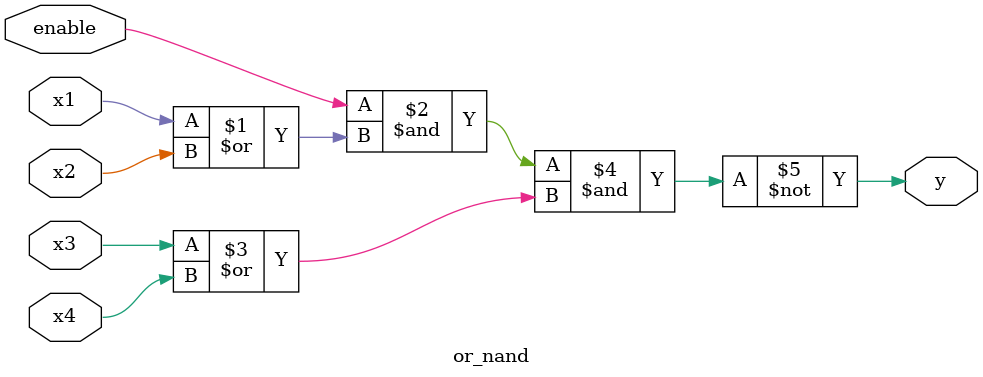
<source format=v>
module or_nand (y, enable, x1, x2, x3, x4);
  output y;
  input 	enable, x1, x2, x3, x4;

  assign y = ~(enable & (x1 | x2) & (x3 | x4));
endmodule


</source>
